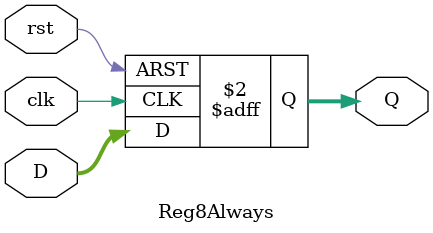
<source format=v>
`timescale 1ns/1ns
module Reg8Always(input [7:0] D, input clk, input rst, output reg [7:0] Q);
reg [7:0] temp;
    always @(posedge clk, posedge rst) begin
        if (rst) temp = 8'b0;
        else 
            temp = D;
        Q <= #78 temp;
    end
endmodule
</source>
